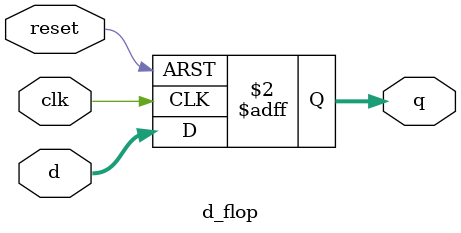
<source format=sv>
`timescale 1ns / 1ps

module d_flop #(parameter WIDTH = 32) (
    input logic clk, reset,
    input logic [WIDTH-1:0] d,
    output logic  [WIDTH-1:0] q
    );
    
    always_ff @(posedge clk or posedge reset)
     begin
       if(reset)
         q <= 'h0;
      else
         q <= d;
     end
     
endmodule

</source>
